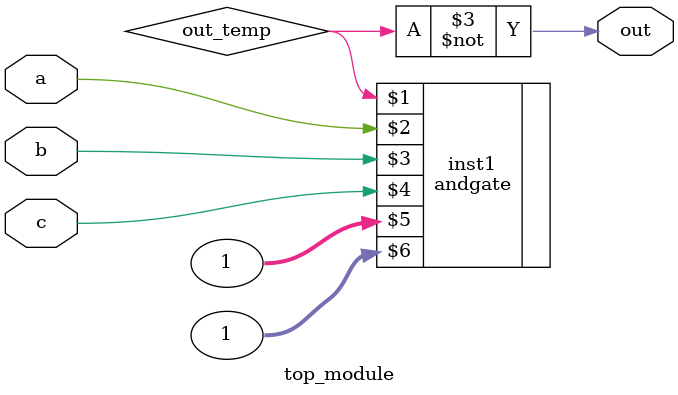
<source format=v>
module top_module (input a, input b, input c, output out);//

    wire out_temp;
    andgate inst1 ( out_temp,a,b,c,1,1 );
    assign out = ~out_temp;

endmodule

</source>
